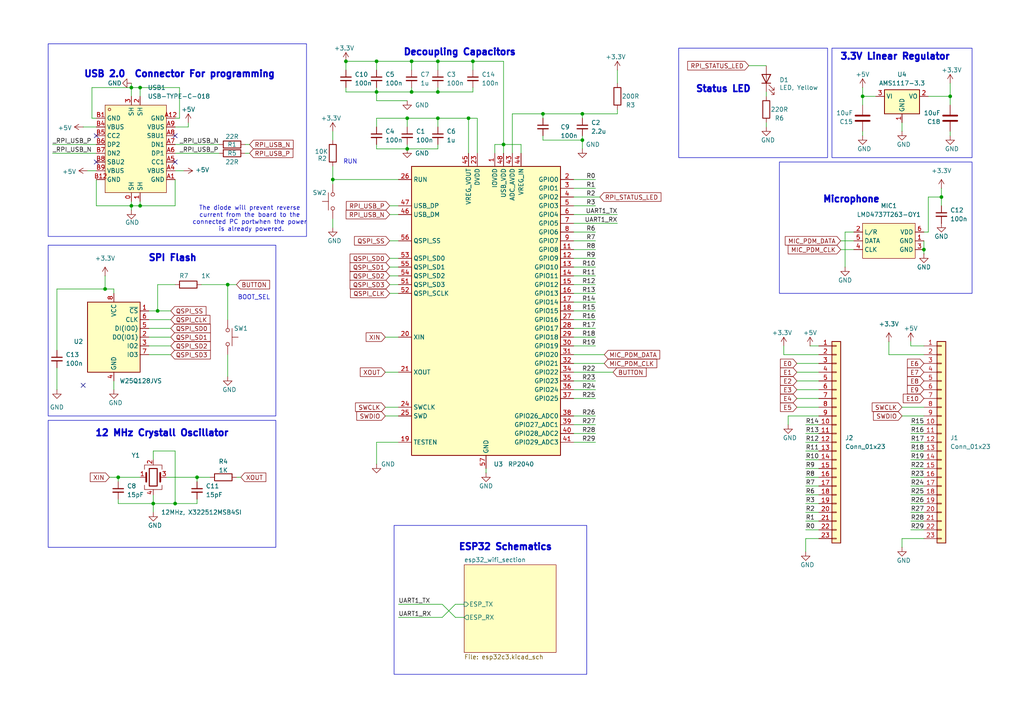
<source format=kicad_sch>
(kicad_sch (version 20231120) (generator "eeschema") (generator_version "8.0")
  (paper "A4")
  (title_block (title "Pixel LED Controller ESP32+RP2040") (date "2024-09-10") (rev "2"))
  (lib_symbols
    (symbol "Connector_Generic:Conn_01x23" (pin_names (offset 1.016) hide)
      (property "Reference" "J" (at 0 30.48 0))
      (property "Value" "Conn_01x23" (at 0 -30.48 0))
      (symbol "Conn_01x23_1_1"
        (pin passive line (at -5.08 27.94 0) (length 3.81) (name "Pin_1") (number "1"))
        (pin passive line (at -5.08 5.08 0) (length 3.81) (name "Pin_10") (number "10"))
        (pin passive line (at -5.08 2.54 0) (length 3.81) (name "Pin_11") (number "11"))
        (pin passive line (at -5.08 0 0) (length 3.81) (name "Pin_12") (number "12"))
        (pin passive line (at -5.08 -2.54 0) (length 3.81) (name "Pin_13") (number "13"))
        (pin passive line (at -5.08 -5.08 0) (length 3.81) (name "Pin_14") (number "14"))
        (pin passive line (at -5.08 -7.62 0) (length 3.81) (name "Pin_15") (number "15"))
        (pin passive line (at -5.08 -10.16 0) (length 3.81) (name "Pin_16") (number "16"))
        (pin passive line (at -5.08 -12.7 0) (length 3.81) (name "Pin_17") (number "17"))
        (pin passive line (at -5.08 -15.24 0) (length 3.81) (name "Pin_18") (number "18"))
        (pin passive line (at -5.08 -17.78 0) (length 3.81) (name "Pin_19") (number "19"))
        (pin passive line (at -5.08 25.4 0) (length 3.81) (name "Pin_2") (number "2"))
        (pin passive line (at -5.08 -20.32 0) (length 3.81) (name "Pin_20") (number "20"))
        (pin passive line (at -5.08 -22.86 0) (length 3.81) (name "Pin_21") (number "21"))
        (pin passive line (at -5.08 -25.4 0) (length 3.81) (name "Pin_22") (number "22"))
        (pin passive line (at -5.08 -27.94 0) (length 3.81) (name "Pin_23") (number "23"))
        (pin passive line (at -5.08 22.86 0) (length 3.81) (name "Pin_3") (number "3"))
        (pin passive line (at -5.08 20.32 0) (length 3.81) (name "Pin_4") (number "4"))
        (pin passive line (at -5.08 17.78 0) (length 3.81) (name "Pin_5") (number "5"))
        (pin passive line (at -5.08 15.24 0) (length 3.81) (name "Pin_6") (number "6"))
        (pin passive line (at -5.08 12.7 0) (length 3.81) (name "Pin_7") (number "7"))
        (pin passive line (at -5.08 10.16 0) (length 3.81) (name "Pin_8") (number "8"))
        (pin passive line (at -5.08 7.62 0) (length 3.81) (name "Pin_9") (number "9"))
      )
    )
    (symbol "Device:C" (pin_numbers hide) (pin_names (offset 0.254))
      (property "Reference" "C" (at 0.635 2.54 0))
      (property "Value" "C" (at 0.635 -2.54 0))
      (symbol "C_1_1"
        (pin passive line (at 0 3.81 270) (length 2.794) (name "~") (number "1"))
        (pin passive line (at 0 -3.81 90) (length 2.794) (name "~") (number "2"))
      )
    )
    (symbol "Device:C_Small" (pin_numbers hide) (pin_names (offset 0.254) hide)
      (property "Reference" "C" (at 0.254 1.778 0))
      (property "Value" "C_Small" (at 0.254 -2.032 0))
      (symbol "C_Small_1_1"
        (pin passive line (at 0 2.54 270) (length 2.032) (name "~") (number "1"))
        (pin passive line (at 0 -2.54 90) (length 2.032) (name "~") (number "2"))
      )
    )
    (symbol "Device:Crystal_GND24" (pin_names (offset 1.016) hide)
      (property "Reference" "Y" (at 3.175 5.08 0))
      (property "Value" "Crystal_GND24" (at 3.175 3.175 0))
      (symbol "Crystal_GND24_1_1"
        (pin passive line (at -3.81 0 0) (length 1.27) (name "1") (number "1"))
        (pin passive line (at 0 5.08 270) (length 1.27) (name "2") (number "2"))
        (pin passive line (at 3.81 0 180) (length 1.27) (name "3") (number "3"))
        (pin passive line (at 0 -5.08 90) (length 1.27) (name "4") (number "4"))
      )
    )
    (symbol "Device:LED" (pin_numbers hide) (pin_names (offset 1.016) hide)
      (property "Reference" "D" (at 0 2.54 0))
      (property "Value" "LED" (at 0 -2.54 0))
      (symbol "LED_1_1"
        (pin passive line (at -3.81 0 0) (length 2.54) (name "K") (number "1"))
        (pin passive line (at 3.81 0 180) (length 2.54) (name "A") (number "2"))
      )
    )
    (symbol "Device:R" (pin_numbers hide) (pin_names (offset 0))
      (property "Reference" "R" (at 2.032 0 90))
      (property "Value" "R" (at 0 0 90))
      (symbol "R_1_1"
        (pin passive line (at 0 3.81 270) (length 1.27) (name "~") (number "1"))
        (pin passive line (at 0 -3.81 90) (length 1.27) (name "~") (number "2"))
      )
    )
    (symbol "External_Library:LMD4737T263-OY1"
      (property "Reference" "MIC" (at 0 7.62 0))
      (property "Value" "LMD4737T263-OY1" (at 0 -7.62 0))
      (symbol "LMD4737T263-OY1_0_1"
        (pin unspecified line (at -10.16 0 0) (length 2.54) (name "GND") (number "1"))
        (pin unspecified line (at 10.16 2.54 180) (length 2.54) (name "L/R") (number "2"))
        (pin unspecified line (at -10.16 -2.54 0) (length 2.54) (name "GND") (number "3"))
        (pin unspecified line (at 10.16 -2.54 180) (length 2.54) (name "CLK") (number "4"))
        (pin unspecified line (at 10.16 0 180) (length 2.54) (name "DATA") (number "5"))
        (pin unspecified line (at -10.16 2.54 0) (length 2.54) (name "VDD") (number "6"))
      )
    )
    (symbol "External_Library:USB-TYPE-C-018"
      (property "Reference" "USB1" (at 3.4641 17.78 0))
      (property "Value" "USB-TYPE-C-018" (at 3.4641 15.24 0))
      (symbol "USB-TYPE-C-018_0_1"
        (pin unspecified line (at -1.27 -15.24 90) (length 2.54) (name "SH") (number "0"))
        (pin unspecified line (at 1.27 15.24 270) (length 2.54) (name "SH") (number "2"))
        (pin unspecified line (at -1.27 15.24 270) (length 2.54) (name "SH") (number "3"))
        (pin unspecified line (at 11.43 -8.89 180) (length 2.54) (name "GND") (number "A1"))
        (pin unspecified line (at 11.43 8.89 180) (length 2.54) (name "GND") (number "A12"))
        (pin unspecified line (at 11.43 -6.35 180) (length 2.54) (name "VBUS") (number "A4"))
        (pin unspecified line (at 11.43 -3.81 180) (length 2.54) (name "CC1") (number "A5"))
        (pin unspecified line (at 11.43 -1.27 180) (length 2.54) (name "DP1") (number "A6"))
        (pin unspecified line (at 11.43 1.27 180) (length 2.54) (name "DN1") (number "A7"))
        (pin unspecified line (at 11.43 3.81 180) (length 2.54) (name "SBU1") (number "A8"))
        (pin unspecified line (at 11.43 6.35 180) (length 2.54) (name "VBUS") (number "A9"))
        (pin unspecified line (at -11.43 8.89 0) (length 2.54) (name "GND") (number "B1"))
        (pin unspecified line (at -11.43 -8.89 0) (length 2.54) (name "GND") (number "B12"))
        (pin unspecified line (at -11.43 6.35 0) (length 2.54) (name "VBUS") (number "B4"))
        (pin unspecified line (at -11.43 3.81 0) (length 2.54) (name "CC2") (number "B5"))
        (pin unspecified line (at -11.43 1.27 0) (length 2.54) (name "DP2") (number "B6"))
        (pin unspecified line (at -11.43 -1.27 0) (length 2.54) (name "DN2") (number "B7"))
        (pin unspecified line (at -11.43 -3.81 0) (length 2.54) (name "SBU2") (number "B8"))
        (pin unspecified line (at -11.43 -6.35 0) (length 2.54) (name "VBUS") (number "B9"))
      )
      (symbol "USB-TYPE-C-018_1_1"
        (pin unspecified line (at 1.27 -15.24 90) (length 2.54) (name "SH") (number "1"))
      )
    )
    (symbol "MCU_RaspberryPi:RP2040"
      (property "Reference" "U" (at 17.78 45.72 0))
      (property "Value" "RP2040" (at 17.78 43.18 0))
      (symbol "RP2040_1_1"
        (pin power_in line (at 2.54 45.72 270) (length 3.81) (name "IOVDD") (number "1"))
        (pin passive line (at 2.54 45.72 270) (length 3.81) hide (name "IOVDD") (number "10"))
        (pin bidirectional line (at 25.4 17.78 180) (length 3.81) (name "GPIO8") (number "11"))
        (pin bidirectional line (at 25.4 15.24 180) (length 3.81) (name "GPIO9") (number "12"))
        (pin bidirectional line (at 25.4 12.7 180) (length 3.81) (name "GPIO10") (number "13"))
        (pin bidirectional line (at 25.4 10.16 180) (length 3.81) (name "GPIO11") (number "14"))
        (pin bidirectional line (at 25.4 7.62 180) (length 3.81) (name "GPIO12") (number "15"))
        (pin bidirectional line (at 25.4 5.08 180) (length 3.81) (name "GPIO13") (number "16"))
        (pin bidirectional line (at 25.4 2.54 180) (length 3.81) (name "GPIO14") (number "17"))
        (pin bidirectional line (at 25.4 0 180) (length 3.81) (name "GPIO15") (number "18"))
        (pin input line (at -25.4 -38.1 0) (length 3.81) (name "TESTEN") (number "19"))
        (pin bidirectional line (at 25.4 38.1 180) (length 3.81) (name "GPIO0") (number "2"))
        (pin input line (at -25.4 -7.62 0) (length 3.81) (name "XIN") (number "20"))
        (pin passive line (at -25.4 -17.78 0) (length 3.81) (name "XOUT") (number "21"))
        (pin passive line (at 2.54 45.72 270) (length 3.81) hide (name "IOVDD") (number "22"))
        (pin power_in line (at -2.54 45.72 270) (length 3.81) (name "DVDD") (number "23"))
        (pin input line (at -25.4 -27.94 0) (length 3.81) (name "SWCLK") (number "24"))
        (pin bidirectional line (at -25.4 -30.48 0) (length 3.81) (name "SWD") (number "25"))
        (pin input line (at -25.4 38.1 0) (length 3.81) (name "RUN") (number "26"))
        (pin bidirectional line (at 25.4 -2.54 180) (length 3.81) (name "GPIO16") (number "27"))
        (pin bidirectional line (at 25.4 -5.08 180) (length 3.81) (name "GPIO17") (number "28"))
        (pin bidirectional line (at 25.4 -7.62 180) (length 3.81) (name "GPIO18") (number "29"))
        (pin bidirectional line (at 25.4 35.56 180) (length 3.81) (name "GPIO1") (number "3"))
        (pin bidirectional line (at 25.4 -10.16 180) (length 3.81) (name "GPIO19") (number "30"))
        (pin bidirectional line (at 25.4 -12.7 180) (length 3.81) (name "GPIO20") (number "31"))
        (pin bidirectional line (at 25.4 -15.24 180) (length 3.81) (name "GPIO21") (number "32"))
        (pin passive line (at 2.54 45.72 270) (length 3.81) hide (name "IOVDD") (number "33"))
        (pin bidirectional line (at 25.4 -17.78 180) (length 3.81) (name "GPIO22") (number "34"))
        (pin bidirectional line (at 25.4 -20.32 180) (length 3.81) (name "GPIO23") (number "35"))
        (pin bidirectional line (at 25.4 -22.86 180) (length 3.81) (name "GPIO24") (number "36"))
        (pin bidirectional line (at 25.4 -25.4 180) (length 3.81) (name "GPIO25") (number "37"))
        (pin bidirectional line (at 25.4 -30.48 180) (length 3.81) (name "GPIO26_ADC0") (number "38"))
        (pin bidirectional line (at 25.4 -33.02 180) (length 3.81) (name "GPIO27_ADC1") (number "39"))
        (pin bidirectional line (at 25.4 33.02 180) (length 3.81) (name "GPIO2") (number "4"))
        (pin bidirectional line (at 25.4 -35.56 180) (length 3.81) (name "GPIO28_ADC2") (number "40"))
        (pin bidirectional line (at 25.4 -38.1 180) (length 3.81) (name "GPIO29_ADC3") (number "41"))
        (pin passive line (at 2.54 45.72 270) (length 3.81) hide (name "IOVDD") (number "42"))
        (pin power_in line (at 7.62 45.72 270) (length 3.81) (name "ADC_AVDD") (number "43"))
        (pin power_in line (at 10.16 45.72 270) (length 3.81) (name "VREG_IN") (number "44"))
        (pin power_out line (at -5.08 45.72 270) (length 3.81) (name "VREG_VOUT") (number "45"))
        (pin bidirectional line (at -25.4 27.94 0) (length 3.81) (name "USB_DM") (number "46"))
        (pin bidirectional line (at -25.4 30.48 0) (length 3.81) (name "USB_DP") (number "47"))
        (pin power_in line (at 5.08 45.72 270) (length 3.81) (name "USB_VDD") (number "48"))
        (pin passive line (at 2.54 45.72 270) (length 3.81) hide (name "IOVDD") (number "49"))
        (pin bidirectional line (at 25.4 30.48 180) (length 3.81) (name "GPIO3") (number "5"))
        (pin passive line (at -2.54 45.72 270) (length 3.81) hide (name "DVDD") (number "50"))
        (pin bidirectional line (at -25.4 7.62 0) (length 3.81) (name "QSPI_SD3") (number "51"))
        (pin output line (at -25.4 5.08 0) (length 3.81) (name "QSPI_SCLK") (number "52"))
        (pin bidirectional line (at -25.4 15.24 0) (length 3.81) (name "QSPI_SD0") (number "53"))
        (pin bidirectional line (at -25.4 10.16 0) (length 3.81) (name "QSPI_SD2") (number "54"))
        (pin bidirectional line (at -25.4 12.7 0) (length 3.81) (name "QSPI_SD1") (number "55"))
        (pin bidirectional line (at -25.4 20.32 0) (length 3.81) (name "QSPI_SS") (number "56"))
        (pin power_in line (at 0 -45.72 90) (length 3.81) (name "GND") (number "57"))
        (pin bidirectional line (at 25.4 27.94 180) (length 3.81) (name "GPIO4") (number "6"))
        (pin bidirectional line (at 25.4 25.4 180) (length 3.81) (name "GPIO5") (number "7"))
        (pin bidirectional line (at 25.4 22.86 180) (length 3.81) (name "GPIO6") (number "8"))
        (pin bidirectional line (at 25.4 20.32 180) (length 3.81) (name "GPIO7") (number "9"))
      )
    )
    (symbol "Memory_Flash:W25Q128JVS"
      (property "Reference" "U" (at -8.89 8.89 0))
      (property "Value" "W25Q128JVS" (at 7.62 8.89 0))
      (symbol "W25Q128JVS_1_1"
        (pin input line (at -10.16 7.62 0) (length 2.54) (name "~{CS}") (number "1"))
        (pin bidirectional line (at -10.16 0 0) (length 2.54) (name "DO(IO1)") (number "2"))
        (pin bidirectional line (at -10.16 -2.54 0) (length 2.54) (name "IO2") (number "3"))
        (pin power_in line (at 0 -12.7 90) (length 2.54) (name "GND") (number "4"))
        (pin bidirectional line (at -10.16 2.54 0) (length 2.54) (name "DI(IO0)") (number "5"))
        (pin input line (at -10.16 5.08 0) (length 2.54) (name "CLK") (number "6"))
        (pin bidirectional line (at -10.16 -5.08 0) (length 2.54) (name "IO3") (number "7"))
        (pin power_in line (at 0 12.7 270) (length 2.54) (name "VCC") (number "8"))
      )
    )
    (symbol "Regulator_Linear:AMS1117-3.3"
      (property "Reference" "U" (at -3.81 3.175 0))
      (property "Value" "AMS1117-3.3" (at 0 3.175 0))
      (symbol "AMS1117-3.3_1_1"
        (pin power_in line (at 0 -7.62 90) (length 2.54) (name "GND") (number "1"))
        (pin power_out line (at 7.62 0 180) (length 2.54) (name "VO") (number "2"))
        (pin power_in line (at -7.62 0 0) (length 2.54) (name "VI") (number "3"))
      )
    )
    (symbol "Switch:SW_Push" (pin_numbers hide) (pin_names (offset 1.016) hide)
      (property "Reference" "SW" (at 1.27 2.54 0))
      (property "Value" "SW_Push" (at 0 -1.524 0))
      (symbol "SW_Push_0_1"
        (pin passive line (at -5.08 0 0) (length 2.54) (name "1") (number "1"))
        (pin passive line (at 5.08 0 180) (length 2.54) (name "2") (number "2"))
      )
    )
    (symbol "power:+3.3V" (power) (pin_numbers hide) (pin_names (offset 0) hide)
      (property "Value" "+3.3V" (at 0 3.556 0))
      (symbol "+3.3V_1_1"
        (pin power_in line (at 0 0 90) (length 0) (name "~") (number "1"))
      )
    )
    (symbol "power:+5V" (power) (pin_numbers hide) (pin_names (offset 0) hide)
      (property "Value" "+5V" (at 0 3.556 0))
      (symbol "+5V_1_1"
        (pin power_in line (at 0 0 90) (length 0) (name "~") (number "1"))
      )
    )
    (symbol "power:GND" (power) (pin_numbers hide) (pin_names (offset 0) hide)
      (property "Value" "GND" (at 0 -3.81 0))
      (symbol "GND_1_1"
        (pin power_in line (at 0 0 270) (length 0) (name "~") (number "1"))
      )
    )
  )
  (junction (at 109.22 26.67))
  (junction (at 40.64 25.4))
  (junction (at 40.64 59.69))
  (junction (at 118.11 34.29))
  (junction (at 119.38 26.67))
  (junction (at 109.22 17.78))
  (junction (at 45.72 90.17))
  (junction (at 127 26.67))
  (junction (at 38.1 59.69))
  (junction (at 273.05 57.15))
  (junction (at 50.8 146.05))
  (junction (at 146.05 41.91))
  (junction (at 100.33 17.78))
  (junction (at 127 34.29))
  (junction (at 267.97 72.39))
  (junction (at 127 17.78))
  (junction (at 96.52 52.07))
  (junction (at 44.45 146.05))
  (junction (at 66.04 82.55))
  (junction (at 168.91 40.64))
  (junction (at 250.19 27.94))
  (junction (at 118.11 43.18))
  (junction (at 30.48 83.82))
  (junction (at 168.91 33.02))
  (junction (at 157.48 33.02))
  (junction (at 57.15 138.43))
  (junction (at 137.16 17.78))
  (junction (at 34.29 138.43))
  (junction (at 135.89 34.29))
  (junction (at 38.1 25.4))
  (junction (at 275.59 27.94))
  (junction (at 119.38 17.78))
  (no_connect (at 24.13 111.76))
  (no_connect (at 50.8 46.99))
  (no_connect (at 27.94 39.37))
  (no_connect (at 50.8 39.37))
  (no_connect (at 27.94 46.99))
  (wire (pts (xy 118.11 34.29) (xy 118.11 36.83)))
  (wire (pts (xy 227.33 100.33) (xy 227.33 102.87)))
  (wire (pts (xy 166.37 82.55) (xy 172.72 82.55)))
  (wire (pts (xy 44.45 133.35) (xy 44.45 130.81)))
  (wire (pts (xy 166.37 120.65) (xy 172.72 120.65)))
  (wire (pts (xy 27.94 34.29) (xy 26.67 34.29)))
  (wire (pts (xy 166.37 74.93) (xy 172.72 74.93)))
  (wire (pts (xy 233.68 133.35) (xy 237.49 133.35)))
  (wire (pts (xy 111.76 118.11) (xy 115.57 118.11)))
  (wire (pts (xy 179.07 20.32) (xy 179.07 24.13)))
  (wire (pts (xy 269.24 67.31) (xy 267.97 67.31)))
  (wire (pts (xy 264.16 146.05) (xy 267.97 146.05)))
  (wire (pts (xy 166.37 72.39) (xy 172.72 72.39)))
  (wire (pts (xy 140.97 137.16) (xy 140.97 135.89)))
  (wire (pts (xy 227.33 102.87) (xy 237.49 102.87)))
  (wire (pts (xy 231.14 107.95) (xy 237.49 107.95)))
  (wire (pts (xy 109.22 34.29) (xy 118.11 34.29)))
  (wire (pts (xy 233.68 123.19) (xy 237.49 123.19)))
  (wire (pts (xy 115.57 175.26) (xy 128.27 175.26)))
  (wire (pts (xy 34.29 139.7) (xy 34.29 138.43)))
  (wire (pts (xy 264.16 153.67) (xy 267.97 153.67)))
  (wire (pts (xy 166.37 115.57) (xy 172.72 115.57)))
  (wire (pts (xy 261.62 156.21) (xy 267.97 156.21)))
  (wire (pts (xy 275.59 27.94) (xy 275.59 30.48)))
  (wire (pts (xy 109.22 29.21) (xy 118.11 29.21)))
  (wire (pts (xy 44.45 143.51) (xy 44.45 146.05)))
  (wire (pts (xy 109.22 26.67) (xy 109.22 29.21)))
  (wire (pts (xy 146.05 41.91) (xy 151.13 41.91)))
  (wire (pts (xy 233.68 143.51) (xy 237.49 143.51)))
  (wire (pts (xy 261.62 118.11) (xy 267.97 118.11)))
  (wire (pts (xy 250.19 25.4) (xy 250.19 27.94)))
  (wire (pts (xy 166.37 80.01) (xy 172.72 80.01)))
  (wire (pts (xy 132.08 179.07) (xy 134.62 179.07)))
  (wire (pts (xy 109.22 25.4) (xy 109.22 26.67)))
  (wire (pts (xy 15.24 44.45) (xy 27.94 44.45)))
  (wire (pts (xy 233.68 153.67) (xy 237.49 153.67)))
  (wire (pts (xy 166.37 64.77) (xy 179.07 64.77)))
  (wire (pts (xy 100.33 17.78) (xy 109.22 17.78)))
  (wire (pts (xy 264.16 130.81) (xy 267.97 130.81)))
  (wire (pts (xy 127 17.78) (xy 137.16 17.78)))
  (wire (pts (xy 231.14 115.57) (xy 237.49 115.57)))
  (wire (pts (xy 264.16 128.27) (xy 267.97 128.27)))
  (wire (pts (xy 168.91 39.37) (xy 168.91 40.64)))
  (wire (pts (xy 119.38 17.78) (xy 127 17.78)))
  (wire (pts (xy 127 43.18) (xy 127 41.91)))
  (wire (pts (xy 245.11 67.31) (xy 245.11 77.47)))
  (wire (pts (xy 57.15 138.43) (xy 60.96 138.43)))
  (wire (pts (xy 38.1 58.42) (xy 38.1 59.69)))
  (wire (pts (xy 166.37 125.73) (xy 172.72 125.73)))
  (wire (pts (xy 168.91 33.02) (xy 179.07 33.02)))
  (wire (pts (xy 40.64 59.69) (xy 50.8 59.69)))
  (wire (pts (xy 43.18 102.87) (xy 49.53 102.87)))
  (wire (pts (xy 127 34.29) (xy 127 36.83)))
  (wire (pts (xy 109.22 134.62) (xy 109.22 128.27)))
  (wire (pts (xy 71.12 41.91) (xy 72.39 41.91)))
  (wire (pts (xy 111.76 107.95) (xy 115.57 107.95)))
  (wire (pts (xy 128.27 175.26) (xy 132.08 179.07)))
  (wire (pts (xy 50.8 36.83) (xy 54.61 36.83)))
  (wire (pts (xy 233.68 156.21) (xy 237.49 156.21)))
  (wire (pts (xy 135.89 34.29) (xy 135.89 44.45)))
  (wire (pts (xy 146.05 41.91) (xy 146.05 44.45)))
  (wire (pts (xy 273.05 57.15) (xy 273.05 59.69)))
  (wire (pts (xy 52.07 25.4) (xy 40.64 25.4)))
  (wire (pts (xy 143.51 41.91) (xy 143.51 44.45)))
  (wire (pts (xy 166.37 77.47) (xy 172.72 77.47)))
  (wire (pts (xy 33.02 110.49) (xy 33.02 113.03)))
  (wire (pts (xy 34.29 146.05) (xy 44.45 146.05)))
  (wire (pts (xy 43.18 90.17) (xy 45.72 90.17)))
  (wire (pts (xy 113.03 82.55) (xy 115.57 82.55)))
  (wire (pts (xy 233.68 160.02) (xy 233.68 156.21)))
  (wire (pts (xy 109.22 26.67) (xy 119.38 26.67)))
  (wire (pts (xy 113.03 59.69) (xy 115.57 59.69)))
  (wire (pts (xy 166.37 90.17) (xy 172.72 90.17)))
  (wire (pts (xy 166.37 92.71) (xy 172.72 92.71)))
  (wire (pts (xy 166.37 95.25) (xy 172.72 95.25)))
  (wire (pts (xy 264.16 100.33) (xy 267.97 100.33)))
  (wire (pts (xy 68.58 138.43) (xy 69.85 138.43)))
  (wire (pts (xy 38.1 59.69) (xy 40.64 59.69)))
  (wire (pts (xy 40.64 58.42) (xy 40.64 59.69)))
  (wire (pts (xy 231.14 110.49) (xy 237.49 110.49)))
  (wire (pts (xy 66.04 82.55) (xy 66.04 92.71)))
  (wire (pts (xy 45.72 82.55) (xy 45.72 90.17)))
  (wire (pts (xy 261.62 158.75) (xy 261.62 156.21)))
  (wire (pts (xy 222.25 26.67) (xy 222.25 27.94)))
  (wire (pts (xy 118.11 43.18) (xy 127 43.18)))
  (wire (pts (xy 96.52 48.26) (xy 96.52 52.07)))
  (wire (pts (xy 54.61 35.56) (xy 54.61 36.83)))
  (wire (pts (xy 96.52 52.07) (xy 115.57 52.07)))
  (wire (pts (xy 275.59 24.13) (xy 275.59 27.94)))
  (wire (pts (xy 179.07 31.75) (xy 179.07 33.02)))
  (wire (pts (xy 113.03 80.01) (xy 115.57 80.01)))
  (wire (pts (xy 132.08 175.26) (xy 134.62 175.26)))
  (wire (pts (xy 34.29 138.43) (xy 40.64 138.43)))
  (wire (pts (xy 257.81 99.06) (xy 257.81 102.87)))
  (wire (pts (xy 233.68 140.97) (xy 237.49 140.97)))
  (wire (pts (xy 233.68 138.43) (xy 237.49 138.43)))
  (wire (pts (xy 33.02 83.82) (xy 30.48 83.82)))
  (wire (pts (xy 231.14 118.11) (xy 237.49 118.11)))
  (wire (pts (xy 243.84 69.85) (xy 247.65 69.85)))
  (wire (pts (xy 269.24 57.15) (xy 269.24 67.31)))
  (wire (pts (xy 166.37 128.27) (xy 172.72 128.27)))
  (wire (pts (xy 269.24 27.94) (xy 275.59 27.94)))
  (wire (pts (xy 58.42 82.55) (xy 66.04 82.55)))
  (wire (pts (xy 264.16 133.35) (xy 267.97 133.35)))
  (wire (pts (xy 115.57 179.07) (xy 128.27 179.07)))
  (wire (pts (xy 43.18 97.79) (xy 49.53 97.79)))
  (wire (pts (xy 233.68 125.73) (xy 237.49 125.73)))
  (wire (pts (xy 166.37 100.33) (xy 172.72 100.33)))
  (wire (pts (xy 264.16 151.13) (xy 267.97 151.13)))
  (wire (pts (xy 148.59 33.02) (xy 157.48 33.02)))
  (wire (pts (xy 16.51 83.82) (xy 30.48 83.82)))
  (wire (pts (xy 127 26.67) (xy 119.38 26.67)))
  (wire (pts (xy 166.37 102.87) (xy 175.26 102.87)))
  (wire (pts (xy 57.15 138.43) (xy 48.26 138.43)))
  (wire (pts (xy 71.12 44.45) (xy 72.39 44.45)))
  (wire (pts (xy 264.16 148.59) (xy 267.97 148.59)))
  (wire (pts (xy 96.52 63.5) (xy 96.52 66.04)))
  (wire (pts (xy 166.37 113.03) (xy 172.72 113.03)))
  (wire (pts (xy 168.91 40.64) (xy 168.91 43.18)))
  (wire (pts (xy 261.62 120.65) (xy 267.97 120.65)))
  (wire (pts (xy 113.03 77.47) (xy 115.57 77.47)))
  (wire (pts (xy 137.16 17.78) (xy 137.16 20.32)))
  (wire (pts (xy 111.76 120.65) (xy 115.57 120.65)))
  (wire (pts (xy 50.8 44.45) (xy 63.5 44.45)))
  (wire (pts (xy 264.16 135.89) (xy 267.97 135.89)))
  (wire (pts (xy 111.76 97.79) (xy 115.57 97.79)))
  (wire (pts (xy 34.29 144.78) (xy 34.29 146.05)))
  (wire (pts (xy 245.11 67.31) (xy 247.65 67.31)))
  (wire (pts (xy 50.8 41.91) (xy 63.5 41.91)))
  (wire (pts (xy 44.45 146.05) (xy 44.45 148.59)))
  (wire (pts (xy 264.16 99.06) (xy 264.16 100.33)))
  (wire (pts (xy 96.52 40.64) (xy 96.52 38.1)))
  (wire (pts (xy 66.04 102.87) (xy 66.04 109.22)))
  (wire (pts (xy 264.16 140.97) (xy 267.97 140.97)))
  (wire (pts (xy 31.75 138.43) (xy 34.29 138.43)))
  (wire (pts (xy 109.22 17.78) (xy 109.22 20.32)))
  (wire (pts (xy 157.48 39.37) (xy 157.48 40.64)))
  (wire (pts (xy 157.48 33.02) (xy 157.48 34.29)))
  (wire (pts (xy 264.16 143.51) (xy 267.97 143.51)))
  (wire (pts (xy 217.17 19.05) (xy 222.25 19.05)))
  (wire (pts (xy 50.8 146.05) (xy 57.15 146.05)))
  (wire (pts (xy 118.11 41.91) (xy 118.11 43.18)))
  (wire (pts (xy 166.37 123.19) (xy 172.72 123.19)))
  (wire (pts (xy 138.43 34.29) (xy 138.43 44.45)))
  (wire (pts (xy 44.45 130.81) (xy 50.8 130.81)))
  (wire (pts (xy 228.6 120.65) (xy 228.6 123.19)))
  (wire (pts (xy 143.51 41.91) (xy 146.05 41.91)))
  (wire (pts (xy 250.19 38.1) (xy 250.19 39.37)))
  (wire (pts (xy 100.33 26.67) (xy 109.22 26.67)))
  (wire (pts (xy 275.59 39.37) (xy 275.59 38.1)))
  (wire (pts (xy 250.19 30.48) (xy 250.19 27.94)))
  (wire (pts (xy 261.62 35.56) (xy 261.62 38.1)))
  (wire (pts (xy 26.67 34.29) (xy 26.67 25.4)))
  (wire (pts (xy 66.04 82.55) (xy 68.58 82.55)))
  (wire (pts (xy 233.68 135.89) (xy 237.49 135.89)))
  (wire (pts (xy 166.37 62.23) (xy 179.07 62.23)))
  (wire (pts (xy 25.4 49.53) (xy 27.94 49.53)))
  (wire (pts (xy 57.15 144.78) (xy 57.15 146.05)))
  (wire (pts (xy 16.51 106.68) (xy 16.51 113.03)))
  (wire (pts (xy 40.64 27.94) (xy 40.64 25.4)))
  (wire (pts (xy 38.1 25.4) (xy 38.1 27.94)))
  (wire (pts (xy 264.16 138.43) (xy 267.97 138.43)))
  (wire (pts (xy 24.13 36.83) (xy 27.94 36.83)))
  (wire (pts (xy 50.8 146.05) (xy 44.45 146.05)))
  (wire (pts (xy 233.68 130.81) (xy 237.49 130.81)))
  (wire (pts (xy 157.48 40.64) (xy 168.91 40.64)))
  (wire (pts (xy 45.72 90.17) (xy 49.53 90.17)))
  (wire (pts (xy 166.37 52.07) (xy 172.72 52.07)))
  (wire (pts (xy 52.07 34.29) (xy 52.07 25.4)))
  (wire (pts (xy 137.16 25.4) (xy 137.16 26.67)))
  (wire (pts (xy 100.33 20.32) (xy 100.33 17.78)))
  (wire (pts (xy 50.8 82.55) (xy 45.72 82.55)))
  (wire (pts (xy 267.97 72.39) (xy 267.97 73.66)))
  (wire (pts (xy 269.24 57.15) (xy 273.05 57.15)))
  (wire (pts (xy 173.99 57.15) (xy 166.37 57.15)))
  (wire (pts (xy 257.81 102.87) (xy 267.97 102.87)))
  (wire (pts (xy 137.16 17.78) (xy 146.05 17.78)))
  (wire (pts (xy 267.97 69.85) (xy 267.97 72.39)))
  (wire (pts (xy 27.94 59.69) (xy 38.1 59.69)))
  (wire (pts (xy 50.8 130.81) (xy 50.8 146.05)))
  (wire (pts (xy 27.94 52.07) (xy 27.94 59.69)))
  (wire (pts (xy 222.25 36.83) (xy 222.25 35.56)))
  (wire (pts (xy 250.19 27.94) (xy 254 27.94)))
  (wire (pts (xy 166.37 87.63) (xy 172.72 87.63)))
  (wire (pts (xy 113.03 85.09) (xy 115.57 85.09)))
  (wire (pts (xy 127 34.29) (xy 135.89 34.29)))
  (wire (pts (xy 233.68 148.59) (xy 237.49 148.59)))
  (wire (pts (xy 38.1 24.13) (xy 38.1 25.4)))
  (wire (pts (xy 234.95 100.33) (xy 237.49 100.33)))
  (wire (pts (xy 127 25.4) (xy 127 26.67)))
  (wire (pts (xy 228.6 120.65) (xy 237.49 120.65)))
  (wire (pts (xy 166.37 105.41) (xy 175.26 105.41)))
  (wire (pts (xy 273.05 54.61) (xy 273.05 57.15)))
  (wire (pts (xy 100.33 25.4) (xy 100.33 26.67)))
  (wire (pts (xy 113.03 62.23) (xy 115.57 62.23)))
  (wire (pts (xy 128.27 179.07) (xy 132.08 175.26)))
  (wire (pts (xy 135.89 34.29) (xy 138.43 34.29)))
  (wire (pts (xy 16.51 101.6) (xy 16.51 83.82)))
  (wire (pts (xy 157.48 33.02) (xy 168.91 33.02)))
  (wire (pts (xy 109.22 36.83) (xy 109.22 34.29)))
  (wire (pts (xy 43.18 95.25) (xy 49.53 95.25)))
  (wire (pts (xy 50.8 34.29) (xy 52.07 34.29)))
  (wire (pts (xy 119.38 17.78) (xy 119.38 20.32)))
  (wire (pts (xy 166.37 67.31) (xy 172.72 67.31)))
  (wire (pts (xy 166.37 59.69) (xy 172.72 59.69)))
  (wire (pts (xy 50.8 52.07) (xy 50.8 59.69)))
  (wire (pts (xy 264.16 123.19) (xy 267.97 123.19)))
  (wire (pts (xy 118.11 34.29) (xy 127 34.29)))
  (wire (pts (xy 38.1 59.69) (xy 38.1 60.96)))
  (wire (pts (xy 119.38 25.4) (xy 119.38 26.67)))
  (wire (pts (xy 231.14 105.41) (xy 237.49 105.41)))
  (wire (pts (xy 233.68 151.13) (xy 237.49 151.13)))
  (wire (pts (xy 233.68 128.27) (xy 237.49 128.27)))
  (wire (pts (xy 166.37 97.79) (xy 172.72 97.79)))
  (wire (pts (xy 109.22 41.91) (xy 109.22 43.18)))
  (wire (pts (xy 38.1 25.4) (xy 40.64 25.4)))
  (wire (pts (xy 96.52 52.07) (xy 96.52 53.34)))
  (wire (pts (xy 113.03 74.93) (xy 115.57 74.93)))
  (wire (pts (xy 127 17.78) (xy 127 20.32)))
  (wire (pts (xy 33.02 83.82) (xy 33.02 85.09)))
  (wire (pts (xy 127 26.67) (xy 137.16 26.67)))
  (wire (pts (xy 166.37 69.85) (xy 172.72 69.85)))
  (wire (pts (xy 43.18 100.33) (xy 49.53 100.33)))
  (wire (pts (xy 109.22 128.27) (xy 115.57 128.27)))
  (wire (pts (xy 168.91 34.29) (xy 168.91 33.02)))
  (wire (pts (xy 109.22 43.18) (xy 118.11 43.18)))
  (wire (pts (xy 166.37 107.95) (xy 177.8 107.95)))
  (wire (pts (xy 15.24 41.91) (xy 27.94 41.91)))
  (wire (pts (xy 243.84 72.39) (xy 247.65 72.39)))
  (wire (pts (xy 43.18 92.71) (xy 49.53 92.71)))
  (wire (pts (xy 231.14 113.03) (xy 237.49 113.03)))
  (wire (pts (xy 30.48 80.01) (xy 30.48 83.82)))
  (wire (pts (xy 166.37 54.61) (xy 172.72 54.61)))
  (wire (pts (xy 264.16 125.73) (xy 267.97 125.73)))
  (wire (pts (xy 113.03 69.85) (xy 115.57 69.85)))
  (wire (pts (xy 146.05 17.78) (xy 146.05 41.91)))
  (wire (pts (xy 233.68 146.05) (xy 237.49 146.05)))
  (wire (pts (xy 109.22 17.78) (xy 119.38 17.78)))
  (wire (pts (xy 50.8 49.53) (xy 53.34 49.53)))
  (wire (pts (xy 57.15 139.7) (xy 57.15 138.43)))
  (wire (pts (xy 26.67 25.4) (xy 38.1 25.4)))
  (wire (pts (xy 148.59 33.02) (xy 148.59 44.45)))
  (wire (pts (xy 151.13 44.45) (xy 151.13 41.91)))
  (wire (pts (xy 166.37 85.09) (xy 172.72 85.09)))
  (wire (pts (xy 166.37 110.49) (xy 172.72 110.49)))
  (rectangle (start 13.97 71.12) (end 80.01 120.65))
  (rectangle (start 226.06 46.99) (end 281.94 85.09))
  (rectangle (start 13.97 12.7) (end 88.9 68.58))
  (rectangle (start 241.3 13.97) (end 281.94 45.72))
  (rectangle (start 114.3 152.4) (end 170.18 195.58))
  (rectangle (start 13.97 121.92) (end 80.01 158.75))
  (rectangle (start 196.85 13.97) (end 240.03 45.72))
  (text "3.3V Linear Regulator " (at 260.35 16.51 0) (effects (font (size 1.905 1.905) (thickness 0.6096) (bold yes))))
  (text "Microphone " (at 247.65 57.912 0) (effects (font (size 1.905 1.905) (thickness 0.6096) (bold yes))))
  (text "SPI Flash " (at 50.8 74.93 0) (effects (font (size 1.905 1.905) (thickness 0.6096) (bold yes))))
  (text "Decoupling Capacitors" (at 133.35 15.24 0) (effects (font (size 1.905 1.905) (thickness 0.6096) (bold yes))))
  (text "12 MHz Crystall Oscillator" (at 46.99 125.73 0) (effects (font (size 1.905 1.905) (thickness 0.6096) (bold yes))))
  (text "RUN" (at 101.6 46.99 0) (effects (font (size 1.27 1.27))))
  (text "The diode will prevent reverse \ncurrent from the board to the \nconnected PC portwhen the power \nis already powered." (at 72.898 63.5 0) (effects (font (size 1.27 1.27))))
  (text "USB 2.0  Connector For programming" (at 52.07 21.59 0) (effects (font (size 1.905 1.905) (thickness 0.6096) (bold yes))))
  (text "BOOT_SEL" (at 73.66 86.36 0) (effects (font (size 1.27 1.27))))
  (text "Status LED" (at 209.804 25.908 0) (effects (font (size 1.905 1.905) (thickness 0.6096) (bold yes))))
  (text "ESP32 Schematics " (at 147.32 158.75 0) (effects (font (size 1.905 1.905) (thickness 0.6096) (bold yes))))
  (label "R0" (at 172.72 52.07 180))
  (label "UART1_TX" (at 115.57 175.26 0))
  (label "R14" (at 172.72 87.63 180))
  (label "R29" (at 172.72 128.27 180))
  (label "R23" (at 172.72 110.49 180))
  (label "R2" (at 172.72 57.15 180))
  (label "R9" (at 233.68 135.89 0))
  (label "R13" (at 172.72 85.09 180))
  (label "R3" (at 172.72 59.69 180))
  (label "R8" (at 172.72 72.39 180))
  (label "R1" (at 233.68 151.13 0))
  (label "R22" (at 172.72 107.95 180))
  (label "R23" (at 264.16 138.43 0))
  (label "R2" (at 233.68 148.59 0))
  (label "R15" (at 172.72 90.17 180))
  (label "R6" (at 172.72 67.31 180))
  (label "R26" (at 264.16 146.05 0))
  (label "R12" (at 172.72 82.55 180))
  (label "R19" (at 172.72 100.33 180))
  (label "R26" (at 172.72 120.65 180))
  (label "R18" (at 172.72 97.79 180))
  (label "R1" (at 172.72 54.61 180))
  (label "R18" (at 264.16 130.81 0))
  (label "_RPI_USB_N" (at 15.24 44.45 0))
  (label "R7" (at 172.72 69.85 180))
  (label "R25" (at 264.16 143.51 0))
  (label "R22" (at 264.16 135.89 0))
  (label "R19" (at 264.16 133.35 0))
  (label "R11" (at 233.68 130.81 0))
  (label "R8" (at 233.68 138.43 0))
  (label "R16" (at 172.72 92.71 180))
  (label "R28" (at 264.16 151.13 0))
  (label "R27" (at 264.16 148.59 0))
  (label "R24" (at 264.16 140.97 0))
  (label "UART1_RX" (at 179.07 64.77 180))
  (label "R11" (at 172.72 80.01 180))
  (label "R6" (at 233.68 143.51 0))
  (label "UART1_RX" (at 115.57 179.07 0))
  (label "R16" (at 264.16 125.73 0))
  (label "R13" (at 233.68 125.73 0))
  (label "R7" (at 233.68 140.97 0))
  (label "_RPI_USB_P" (at 15.24 41.91 0))
  (label "R10" (at 233.68 133.35 0))
  (label "R14" (at 233.68 123.19 0))
  (label "_RPI_USB_P" (at 52.07 44.45 0))
  (label "R25" (at 172.72 115.57 180))
  (label "R10" (at 172.72 77.47 180))
  (label "R17" (at 264.16 128.27 0))
  (label "R29" (at 264.16 153.67 0))
  (label "R28" (at 172.72 125.73 180))
  (label "R3" (at 233.68 146.05 0))
  (label "R27" (at 172.72 123.19 180))
  (label "UART1_TX" (at 179.07 62.23 180))
  (label "R12" (at 233.68 128.27 0))
  (label "R9" (at 172.72 74.93 180))
  (label "R17" (at 172.72 95.25 180))
  (label "R24" (at 172.72 113.03 180))
  (label "R0" (at 233.68 153.67 0))
  (label "_RPI_USB_N" (at 52.07 41.91 0))
  (label "R15" (at 264.16 123.19 0))
  (global_label "QSPI_SD2" (shape input) (at 113.03 80.01 180) (property "Intersheetrefs" "${INTERSHEET_REFS}" (effects (hide yes))))
  (global_label "E6" (shape input) (at 267.97 105.41 180) (property "Intersheetrefs" "${INTERSHEET_REFS}" (effects (hide yes))))
  (global_label "MIC_PDM_CLK" (shape input) (at 243.84 72.39 180) (property "Intersheetrefs" "${INTERSHEET_REFS}" (effects (hide yes))))
  (global_label "E10" (shape input) (at 267.97 115.57 180) (property "Intersheetrefs" "${INTERSHEET_REFS}" (effects (hide yes))))
  (global_label "QSPI_SS" (shape input) (at 49.53 90.17 0) (property "Intersheetrefs" "${INTERSHEET_REFS}" (effects (hide yes))))
  (global_label "XOUT" (shape input) (at 69.85 138.43 0) (property "Intersheetrefs" "${INTERSHEET_REFS}" (effects (hide yes))))
  (global_label "RPI_USB_N" (shape input) (at 113.03 62.23 180) (property "Intersheetrefs" "${INTERSHEET_REFS}" (effects (hide yes))))
  (global_label "MIC_PDM_CLK" (shape input) (at 175.26 105.41 0) (property "Intersheetrefs" "${INTERSHEET_REFS}" (effects (hide yes))))
  (global_label "RPI_USB_N" (shape input) (at 72.39 41.91 0) (property "Intersheetrefs" "${INTERSHEET_REFS}" (effects (hide yes))))
  (global_label "SWDIO" (shape input) (at 261.62 120.65 180) (property "Intersheetrefs" "${INTERSHEET_REFS}" (effects (hide yes))))
  (global_label "QSPI_SS" (shape input) (at 113.03 69.85 180) (property "Intersheetrefs" "${INTERSHEET_REFS}" (effects (hide yes))))
  (global_label "SWCLK" (shape input) (at 111.76 118.11 180) (property "Intersheetrefs" "${INTERSHEET_REFS}" (effects (hide yes))))
  (global_label "QSPI_SD1" (shape input) (at 49.53 97.79 0) (property "Intersheetrefs" "${INTERSHEET_REFS}" (effects (hide yes))))
  (global_label "E2" (shape input) (at 231.14 110.49 180) (property "Intersheetrefs" "${INTERSHEET_REFS}" (effects (hide yes))))
  (global_label "XIN" (shape input) (at 31.75 138.43 180) (property "Intersheetrefs" "${INTERSHEET_REFS}" (effects (hide yes))))
  (global_label "RPI_USB_P" (shape input) (at 113.03 59.69 180) (property "Intersheetrefs" "${INTERSHEET_REFS}" (effects (hide yes))))
  (global_label "RPI_USB_P" (shape input) (at 72.39 44.45 0) (property "Intersheetrefs" "${INTERSHEET_REFS}" (effects (hide yes))))
  (global_label "MIC_PDM_DATA" (shape input) (at 175.26 102.87 0) (property "Intersheetrefs" "${INTERSHEET_REFS}" (effects (hide yes))))
  (global_label "QSPI_SD1" (shape input) (at 113.03 77.47 180) (property "Intersheetrefs" "${INTERSHEET_REFS}" (effects (hide yes))))
  (global_label "SWCLK" (shape input) (at 261.62 118.11 180) (property "Intersheetrefs" "${INTERSHEET_REFS}" (effects (hide yes))))
  (global_label "QSPI_CLK" (shape input) (at 49.53 92.71 0) (property "Intersheetrefs" "${INTERSHEET_REFS}" (effects (hide yes))))
  (global_label "XOUT" (shape input) (at 111.76 107.95 180) (property "Intersheetrefs" "${INTERSHEET_REFS}" (effects (hide yes))))
  (global_label "E0" (shape input) (at 231.14 105.41 180) (property "Intersheetrefs" "${INTERSHEET_REFS}" (effects (hide yes))))
  (global_label "QSPI_SD0" (shape input) (at 49.53 95.25 0) (property "Intersheetrefs" "${INTERSHEET_REFS}" (effects (hide yes))))
  (global_label "E3" (shape input) (at 231.14 113.03 180) (property "Intersheetrefs" "${INTERSHEET_REFS}" (effects (hide yes))))
  (global_label "E4" (shape input) (at 231.14 115.57 180) (property "Intersheetrefs" "${INTERSHEET_REFS}" (effects (hide yes))))
  (global_label "E1" (shape input) (at 231.14 107.95 180) (property "Intersheetrefs" "${INTERSHEET_REFS}" (effects (hide yes))))
  (global_label "SWDIO" (shape input) (at 111.76 120.65 180) (property "Intersheetrefs" "${INTERSHEET_REFS}" (effects (hide yes))))
  (global_label "BUTTON" (shape input) (at 177.8 107.95 0) (property "Intersheetrefs" "${INTERSHEET_REFS}" (effects (hide yes))))
  (global_label "XIN" (shape input) (at 111.76 97.79 180) (property "Intersheetrefs" "${INTERSHEET_REFS}" (effects (hide yes))))
  (global_label "RPI_STATUS_LED" (shape input) (at 217.17 19.05 180) (property "Intersheetrefs" "${INTERSHEET_REFS}" (effects (hide yes))))
  (global_label "RPI_STATUS_LED" (shape input) (at 173.99 57.15 0) (property "Intersheetrefs" "${INTERSHEET_REFS}" (effects (hide yes))))
  (global_label "MIC_PDM_DATA" (shape input) (at 243.84 69.85 180) (property "Intersheetrefs" "${INTERSHEET_REFS}" (effects (hide yes))))
  (global_label "QSPI_SD3" (shape input) (at 113.03 82.55 180) (property "Intersheetrefs" "${INTERSHEET_REFS}" (effects (hide yes))))
  (global_label "BUTTON" (shape input) (at 68.58 82.55 0) (property "Intersheetrefs" "${INTERSHEET_REFS}" (effects (hide yes))))
  (global_label "E7" (shape input) (at 267.97 107.95 180) (property "Intersheetrefs" "${INTERSHEET_REFS}" (effects (hide yes))))
  (global_label "QSPI_SD3" (shape input) (at 49.53 102.87 0) (property "Intersheetrefs" "${INTERSHEET_REFS}" (effects (hide yes))))
  (global_label "QSPI_SD0" (shape input) (at 113.03 74.93 180) (property "Intersheetrefs" "${INTERSHEET_REFS}" (effects (hide yes))))
  (global_label "E9" (shape input) (at 267.97 113.03 180) (property "Intersheetrefs" "${INTERSHEET_REFS}" (effects (hide yes))))
  (global_label "E8" (shape input) (at 267.97 110.49 180) (property "Intersheetrefs" "${INTERSHEET_REFS}" (effects (hide yes))))
  (global_label "QSPI_SD2" (shape input) (at 49.53 100.33 0) (property "Intersheetrefs" "${INTERSHEET_REFS}" (effects (hide yes))))
  (global_label "E5" (shape input) (at 231.14 118.11 180) (property "Intersheetrefs" "${INTERSHEET_REFS}" (effects (hide yes))))
  (global_label "QSPI_CLK" (shape input) (at 113.03 85.09 180) (property "Intersheetrefs" "${INTERSHEET_REFS}" (effects (hide yes))))
  (symbol (lib_id "power:GND") (at 245.11 77.47 0) (mirror y) (unit 1)
    (property "Reference" "#PWR010" (effects (hide yes)))
    (property "Value" "GND" (at 245.11 81.28 0))
    (property "Description" "Power symbol creates a global label with name \"GND\" , ground" (effects (hide yes)))
  )
  (symbol (lib_id "power:+3.3V") (at 227.33 100.33 0) (unit 1)
    (property "Reference" "#PWR060" (effects (hide yes)))
    (property "Value" "+3.3V" (at 226.822 96.52 0))
    (property "Description" "Power symbol creates a global label with name \"+3.3V\"" (effects (hide yes)))
  )
  (symbol (lib_id "power:+5V") (at 53.34 49.53 270) (unit 1)
    (property "Reference" "#PWR02" (effects (hide yes)))
    (property "Value" "+5V" (at 58.674 49.276 90))
    (property "Description" "Power symbol creates a global label with name \"+5V\"" (effects (hide yes)))
  )
  (symbol (lib_id "power:GND") (at 66.04 109.22 0) (unit 1)
    (property "Reference" "#PWR062" (effects (hide yes)))
    (property "Value" "GND" (at 68.58 113.03 0) (effects (justify right)))
    (property "Description" "Power symbol creates a global label with name \"GND\" , ground" (effects (hide yes)))
  )
  (symbol (lib_id "power:+3.3V") (at 30.48 80.01 0) (unit 1)
    (property "Reference" "#PWR04" (effects (hide yes)))
    (property "Value" "+3.3V" (at 30.48 74.93 0))
    (property "Description" "Power symbol creates a global label with name \"+3.3V\"" (effects (hide yes)))
  )
  (symbol (lib_id "power:GND") (at 228.6 123.19 0) (unit 1)
    (property "Reference" "#PWR06" (effects (hide yes)))
    (property "Value" "GND" (at 231.14 127 0) (effects (justify right)))
    (property "Description" "Power symbol creates a global label with name \"GND\" , ground" (effects (hide yes)))
  )
  (symbol (lib_id "power:GND") (at 44.45 148.59 0) (unit 1)
    (property "Reference" "#PWR011" (effects (hide yes)))
    (property "Value" "GND" (at 46.99 152.4 0) (effects (justify right)))
    (property "Description" "Power symbol creates a global label with name \"GND\" , ground" (effects (hide yes)))
  )
  (symbol (lib_id "power:+3.3V") (at 273.05 54.61 0) (mirror y) (unit 1)
    (property "Reference" "#PWR028" (effects (hide yes)))
    (property "Value" "+3.3V" (at 273.05 49.53 0))
    (property "Description" "Power symbol creates a global label with name \"+3.3V\"" (effects (hide yes)))
  )
  (symbol (lib_id "Device:Crystal_GND24") (at 44.45 138.43 0) (unit 1)
    (property "Reference" "Y1" (at 39.37 132.08 0))
    (property "Value" "12MHz, X322512MSB4SI" (at 58.42 148.59 0))
    (property "Footprint" "Crystal:Crystal_SMD_3225-4Pin_3.2x2.5mm" (effects (hide yes)))
    (property "Datasheet" "https://jlcpcb.com/partdetail/Yxc_CrystalOscillators-X322512MSB4SI/C9002" (effects (hide yes)))
    (property "Description" "Four pin crystal, GND on pins 2 and 4" (effects (hide yes)))
    (property "LCSC Part" "C9002" (effects (hide yes)))
  )
  (symbol (lib_id "Device:C_Small") (at 34.29 142.24 0) (unit 1)
    (property "Reference" "C8" (at 36.83 140.9762 0) (effects (justify left)))
    (property "Value" "15pF" (at 36.83 143.5162 0) (effects (justify left)))
    (property "Footprint" "Capacitor_SMD:C_0402_1005Metric" (effects (hide yes)))
    (property "Datasheet" "https://www.lcsc.com/product-detail/Multilayer-Ceramic-Capacitors-MLCC-SMD-SMT_FH-Guangdong-Fenghua-Advanced-Tech-0402CG150J500NT_C1548.html" (effects (hide yes)))
    (property "Description" "Unpolarized capacitor, small symbol" (effects (hide yes)))
    (property "LCSC Part" "C1548" (effects (hide yes)))
  )
  (symbol (lib_id "Device:C_Small") (at 57.15 142.24 0) (unit 1)
    (property "Reference" "C11" (at 59.69 140.9762 0) (effects (justify left)))
    (property "Value" "15pF" (at 59.69 143.5162 0) (effects (justify left)))
    (property "Footprint" "Capacitor_SMD:C_0402_1005Metric" (effects (hide yes)))
    (property "Datasheet" "https://www.lcsc.com/product-detail/Multilayer-Ceramic-Capacitors-MLCC-SMD-SMT_FH-Guangdong-Fenghua-Advanced-Tech-0402CG150J500NT_C1548.html" (effects (hide yes)))
    (property "Description" "Unpolarized capacitor, small symbol" (effects (hide yes)))
    (property "LCSC Part" "C1548" (effects (hide yes)))
  )
  (symbol (lib_id "Device:C") (at 275.59 34.29 0) (unit 1)
    (property "Reference" "C18" (at 272.796 35.306 0) (effects (justify right)))
    (property "Value" "10uF" (at 272.796 32.766 0) (effects (justify right)))
    (property "Footprint" "Capacitor_SMD:C_0603_1608Metric" (effects (hide yes)))
    (property "Datasheet" "https://jlcpcb.com/partdetail/20411-CL10A106KP8NNNC/C19702" (effects (hide yes)))
    (property "Description" "Unpolarized capacitor" (effects (hide yes)))
    (property "LCSC Part" "C19702" (effects (hide yes)))
  )
  (symbol (lib_id "Device:C_Small") (at 118.11 39.37 0) (unit 1)
    (property "Reference" "C1" (at 120.65 38.1062 0) (effects (justify left)))
    (property "Value" "100n" (at 120.65 40.6462 0) (effects (justify left)))
    (property "Footprint" "Capacitor_SMD:C_0402_1005Metric" (effects (hide yes)))
    (property "Datasheet" "https://www.lcsc.com/product-detail/Multilayer-Ceramic-Capacitors-MLCC-SMD-SMT_Samsung-Electro-Mechanics-CL05B104KO5NNNC_C1525.html" (effects (hide yes)))
    (property "Description" "Unpolarized capacitor, small symbol" (effects (hide yes)))
    (property "LCSC Part" "C1525" (effects (hide yes)))
  )
  (symbol (lib_id "Device:C_Small") (at 273.05 62.23 0) (unit 1)
    (property "Reference" "C12" (at 275.59 60.9662 0) (effects (justify left)))
    (property "Value" "100n" (at 275.59 63.5062 0) (effects (justify left)))
    (property "Footprint" "Capacitor_SMD:C_0402_1005Metric" (effects (hide yes)))
    (property "Datasheet" "https://www.lcsc.com/product-detail/Multilayer-Ceramic-Capacitors-MLCC-SMD-SMT_Samsung-Electro-Mechanics-CL05B104KO5NNNC_C1525.html" (effects (hide yes)))
    (property "Description" "Unpolarized capacitor, small symbol" (effects (hide yes)))
    (property "LCSC Part" "C1525" (effects (hide yes)))
  )
  (symbol (lib_id "power:GND") (at 273.05 64.77 0) (mirror y) (unit 1)
    (property "Reference" "#PWR029" (effects (hide yes)))
    (property "Value" "GND" (at 273.05 68.58 0))
    (property "Description" "Power symbol creates a global label with name \"GND\" , ground" (effects (hide yes)))
  )
  (symbol (lib_id "power:+5V") (at 24.13 36.83 90) (unit 1)
    (property "Reference" "#PWR040" (effects (hide yes)))
    (property "Value" "+5V" (at 18.796 37.084 90))
    (property "Description" "Power symbol creates a global label with name \"+5V\"" (effects (hide yes)))
  )
  (symbol (lib_id "power:GND") (at 33.02 113.03 0) (unit 1)
    (property "Reference" "#PWR05" (effects (hide yes)))
    (property "Value" "GND" (at 35.56 116.84 0) (effects (justify right)))
    (property "Description" "Power symbol creates a global label with name \"GND\" , ground" (effects (hide yes)))
  )
  (symbol (lib_id "Switch:SW_Push") (at 96.52 58.42 90) (mirror x) (unit 1)
    (property "Reference" "SW2" (at 94.742 55.88 90) (effects (justify left)))
    (property "Value" "BTN" (effects (hide yes)))
    (property "Footprint" "Button_Switch_SMD:SW_SPST_TL3342" (effects (hide yes)))
    (property "Description" "Push button switch, generic, two pins" (effects (hide yes)))
    (property "LCSC Part" "C318884" (effects (hide yes)))
  )
  (symbol (lib_id "MCU_RaspberryPi:RP2040") (at 140.97 90.17 0) (unit 1)
    (property "Reference" "U3" (at 143.1641 134.62 0) (effects (justify left)))
    (property "Value" "RP2040" (at 147.32 134.62 0) (effects (justify left)))
    (property "Footprint" "Package_DFN_QFN:QFN-56-1EP_7x7mm_P0.4mm_EP3.2x3.2mm" (effects (hide yes)))
    (property "Datasheet" "https://datasheets.raspberrypi.com/rp2040/rp2040-datasheet.pdf" (effects (hide yes)))
    (property "Description" "A microcontroller by Raspberry Pi" (effects (hide yes)))
    (property "LCSC Part" "C2040" (effects (hide yes)))
  )
  (symbol (lib_id "power:GND") (at 38.1 24.13 270) (unit 1)
    (property "Reference" "#PWR014" (effects (hide yes)))
    (property "Value" "GND" (at 35.306 24.13 90) (effects (justify right)))
    (property "Description" "Power symbol creates a global label with name \"GND\" , ground" (effects (hide yes)))
  )
  (symbol (lib_id "Device:LED") (at 222.25 22.86 90) (unit 1)
    (property "Reference" "D1" (at 226.06 23.1774 90) (effects (justify right)))
    (property "Value" "LED, Yellow" (at 226.06 25.4 90) (effects (justify right)))
    (property "Footprint" "LED_SMD:LED_0603_1608Metric" (effects (hide yes)))
    (property "Datasheet" "https://jlcpcb.com/partdetail/73147-19_213_Y2C_CQ2R2L_3T_CY/C72038" (effects (hide yes)))
    (property "Description" "Light emitting diode" (effects (hide yes)))
    (property "LCSC Part" "C72038" (effects (hide yes)))
  )
  (symbol (lib_id "Device:R") (at 96.52 44.45 0) (unit 1)
    (property "Reference" "R2" (at 93.472 45.974 0))
    (property "Value" "10K" (at 93.218 43.942 0))
    (property "Footprint" "Resistor_SMD:R_0402_1005Metric" (effects (hide yes)))
    (property "Datasheet" "https://www.lcsc.com/product-detail/Chip-Resistor-Surface-Mount_UNI-ROYAL-Uniroyal-Elec-0402WGF1002TCE_C25744.html" (effects (hide yes)))
    (property "Description" "Resistor" (effects (hide yes)))
    (property "LCSC Part" "C25744" (effects (hide yes)))
  )
  (symbol (lib_id "power:GND") (at 16.51 113.03 0) (unit 1)
    (property "Reference" "#PWR052" (effects (hide yes)))
    (property "Value" "GND" (at 18.542 118.11 0) (effects (justify right)))
    (property "Description" "Power symbol creates a global label with name \"GND\" , ground" (effects (hide yes)))
  )
  (symbol (lib_id "power:+5V") (at 264.16 99.06 0) (unit 1)
    (property "Reference" "#PWR01" (effects (hide yes)))
    (property "Value" "+5V" (at 264.16 95.25 0))
    (property "Description" "Power symbol creates a global label with name \"+5V\"" (effects (hide yes)))
  )
  (symbol (lib_id "power:+3.3V") (at 257.81 99.06 0) (mirror y) (unit 1)
    (property "Reference" "#PWR012" (effects (hide yes)))
    (property "Value" "+3.3V" (at 257.81 93.98 0))
    (property "Description" "Power symbol creates a global label with name \"+3.3V\"" (effects (hide yes)))
  )
  (symbol (lib_id "power:GND") (at 261.62 158.75 0) (unit 1)
    (property "Reference" "#PWR058" (effects (hide yes)))
    (property "Value" "GND" (at 264.16 162.56 0) (effects (justify right)))
    (property "Description" "Power symbol creates a global label with name \"GND\" , ground" (effects (hide yes)))
  )
  (symbol (lib_id "Device:C_Small") (at 157.48 36.83 0) (unit 1)
    (property "Reference" "C9" (at 162.56 36.8362 0) (effects (justify left)))
    (property "Value" "100n" (at 162.56 39.3762 0) (effects (justify left)))
    (property "Footprint" "Capacitor_SMD:C_0402_1005Metric" (effects (hide yes)))
    (property "Datasheet" "https://www.lcsc.com/product-detail/Multilayer-Ceramic-Capacitors-MLCC-SMD-SMT_Samsung-Electro-Mechanics-CL05B104KO5NNNC_C1525.html" (effects (hide yes)))
    (property "Description" "Unpolarized capacitor, small symbol" (effects (hide yes)))
    (property "LCSC Part" "C1525" (effects (hide yes)))
  )
  (symbol (lib_id "power:GND") (at 233.68 160.02 0) (unit 1)
    (property "Reference" "#PWR013" (effects (hide yes)))
    (property "Value" "GND" (at 236.22 163.83 0) (effects (justify right)))
    (property "Description" "Power symbol creates a global label with name \"GND\" , ground" (effects (hide yes)))
  )
  (symbol (lib_id "Connector_Generic:Conn_01x23") (at 242.57 128.27 0) (unit 1)
    (property "Reference" "J2" (at 245.11 126.9999 0) (effects (justify left)))
    (property "Value" "Conn_01x23" (at 245.11 129.5399 0) (effects (justify left)))
    (property "Footprint" "Connector_PinHeader_2.54mm:PinHeader_1x23_P2.54mm_Vertical" (effects (hide yes)))
    (property "Description" "Generic connector, single row, 01x23, script generated (kicad-library-utils/schlib/autogen/connector/)" (effects (hide yes)))
  )
  (symbol (lib_id "External_Library:LMD4737T263-OY1") (at 257.81 69.85 0) (mirror y) (unit 1)
    (property "Reference" "MIC1" (at 257.81 59.69 0))
    (property "Value" "LMD4737T263-OY1" (at 257.81 62.23 0))
    (property "Footprint" "External_Library:LGA-6_L4.7-W3.8-P1.65_LMD4737T" (effects (hide yes)))
    (property "LCSC Part" "C5373239" (effects (hide yes)))
  )
  (symbol (lib_id "power:GND") (at 222.25 36.83 0) (unit 1)
    (property "Reference" "#PWR027" (effects (hide yes)))
    (property "Value" "GND" (at 224.79 40.64 0) (effects (justify right)))
    (property "Description" "Power symbol creates a global label with name \"GND\" , ground" (effects (hide yes)))
  )
  (symbol (lib_id "Device:R") (at 67.31 44.45 90) (unit 1)
    (property "Reference" "R5" (at 67.31 44.45 90))
    (property "Value" "22R" (at 67.31 46.99 90))
    (property "Footprint" "Resistor_SMD:R_0402_1005Metric" (effects (hide yes)))
    (property "Datasheet" "https://www.lcsc.com/product-detail/Chip-Resistor-Surface-Mount_UNI-ROYAL-Uniroyal-Elec-0402WGF220JTCE_C25092.html" (effects (hide yes)))
    (property "Description" "Resistor" (effects (hide yes)))
    (property "LCSC Part" "C25092" (effects (hide yes)))
  )
  (symbol (lib_id "power:+5V") (at 25.4 49.53 90) (unit 1)
    (property "Reference" "#PWR020" (effects (hide yes)))
    (property "Value" "+5V" (at 20.066 49.784 90))
    (property "Description" "Power symbol creates a global label with name \"+5V\"" (effects (hide yes)))
  )
  (symbol (lib_id "Device:C_Small") (at 137.16 22.86 0) (unit 1)
    (property "Reference" "C14" (at 139.7 21.5962 0) (effects (justify left)))
    (property "Value" "100n" (at 139.7 24.1362 0) (effects (justify left)))
    (property "Footprint" "Capacitor_SMD:C_0402_1005Metric" (effects (hide yes)))
    (property "Datasheet" "https://www.lcsc.com/product-detail/Multilayer-Ceramic-Capacitors-MLCC-SMD-SMT_Samsung-Electro-Mechanics-CL05B104KO5NNNC_C1525.html" (effects (hide yes)))
    (property "Description" "Unpolarized capacitor, small symbol" (effects (hide yes)))
    (property "LCSC Part" "C1525" (effects (hide yes)))
  )
  (symbol (lib_id "power:+5V") (at 234.95 100.33 0) (unit 1)
    (property "Reference" "#PWR059" (effects (hide yes)))
    (property "Value" "+5V" (at 234.95 96.52 0))
    (property "Description" "Power symbol creates a global label with name \"+5V\"" (effects (hide yes)))
  )
  (symbol (lib_id "power:GND") (at 140.97 137.16 0) (unit 1)
    (property "Reference" "#PWR024" (effects (hide yes)))
    (property "Value" "GND" (at 140.97 140.97 0))
    (property "Description" "Power symbol creates a global label with name \"GND\" , ground" (effects (hide yes)))
  )
  (symbol (lib_id "External_Library:USB-TYPE-C-018") (at 39.37 43.18 0) (unit 1)
    (property "Reference" "USB1" (at 42.8341 25.4 0) (effects (justify left)))
    (property "Value" "USB-TYPE-C-018" (at 42.8341 27.94 0) (effects (justify left)))
    (property "Footprint" "External_Library:USB-C_SMD-TYPE-C-31-M-12" (effects (hide yes)))
    (property "LCSC Part" "C2927038" (effects (hide yes)))
  )
  (symbol (lib_id "Device:C_Small") (at 127 39.37 0) (unit 1)
    (property "Reference" "C6" (at 129.54 38.1062 0) (effects (justify left)))
    (property "Value" "1u" (at 129.54 40.6462 0) (effects (justify left)))
    (property "Footprint" "Capacitor_SMD:C_0402_1005Metric" (effects (hide yes)))
    (property "Datasheet" "https://www.lcsc.com/product-detail/Multilayer-Ceramic-Capacitors-MLCC-SMD-SMT_Samsung-Electro-Mechanics-CL05A105KA5NQNC_C52923.html" (effects (hide yes)))
    (property "Description" "Unpolarized capacitor, small symbol" (effects (hide yes)))
    (property "LCSC Part" "C52923" (effects (hide yes)))
  )
  (symbol (lib_id "Switch:SW_Push") (at 66.04 97.79 270) (unit 1)
    (property "Reference" "SW1" (at 67.818 95.25 90) (effects (justify left)))
    (property "Value" "BTN" (effects (hide yes)))
    (property "Footprint" "Button_Switch_SMD:SW_SPST_TL3342" (effects (hide yes)))
    (property "Description" "Push button switch, generic, two pins" (effects (hide yes)))
    (property "LCSC Part" "C318884" (effects (hide yes)))
  )
  (symbol (lib_id "power:GND") (at 250.19 39.37 0) (unit 1)
    (property "Reference" "#PWR031" (effects (hide yes)))
    (property "Value" "GND" (at 252.73 43.18 0) (effects (justify right)))
    (property "Description" "Power symbol creates a global label with name \"GND\" , ground" (effects (hide yes)))
  )
  (symbol (lib_id "power:GND") (at 275.59 39.37 0) (unit 1)
    (property "Reference" "#PWR037" (effects (hide yes)))
    (property "Value" "GND" (at 278.13 43.18 0) (effects (justify right)))
    (property "Description" "Power symbol creates a global label with name \"GND\" , ground" (effects (hide yes)))
  )
  (symbol (lib_id "Device:R") (at 179.07 27.94 180) (unit 1)
    (property "Reference" "R3" (at 182.88 30.48 0))
    (property "Value" "200R" (at 182.88 27.94 0))
    (property "Footprint" "Resistor_SMD:R_0402_1005Metric" (effects (hide yes)))
    (property "Datasheet" "https://jlcpcb.com/partdetail/25830-0402WGF2000TCE/C25087" (effects (hide yes)))
    (property "Description" "Resistor" (effects (hide yes)))
    (property "LCSC Part" "C25087" (effects (hide yes)))
  )
  (symbol (lib_id "power:GND") (at 267.97 73.66 0) (mirror y) (unit 1)
    (property "Reference" "#PWR09" (effects (hide yes)))
    (property "Value" "GND" (at 267.97 77.47 0))
    (property "Description" "Power symbol creates a global label with name \"GND\" , ground" (effects (hide yes)))
  )
  (symbol (lib_id "Memory_Flash:W25Q128JVS") (at 33.02 97.79 0) (mirror y) (unit 1)
    (property "Reference" "U2" (at 24.13 99.0601 0) (effects (justify left)))
    (property "Value" "W25Q128JVS" (at 46.99 110.49 0) (effects (justify left)))
    (property "Footprint" "Package_SO:SOIC-8_5.275x5.275mm_P1.27mm" (effects (hide yes)))
    (property "Datasheet" "https://jlcpcb.com/partdetail/WinbondElec-W25Q128JVSIQ/C97521" (effects (hide yes)))
    (property "Description" "128Mb Serial Flash Memory, Standard/Dual/Quad SPI, SOIC-8" (effects (hide yes)))
    (property "LCSC Part" " C97521" (effects (hide yes)))
  )
  (symbol (lib_id "Device:C") (at 250.19 34.29 0) (unit 1)
    (property "Reference" "C15" (at 247.396 35.306 0) (effects (justify right)))
    (property "Value" "10uF" (at 247.396 32.766 0) (effects (justify right)))
    (property "Footprint" "Capacitor_SMD:C_0603_1608Metric" (effects (hide yes)))
    (property "Datasheet" "https://jlcpcb.com/partdetail/20411-CL10A106KP8NNNC/C19702" (effects (hide yes)))
    (property "Description" "Unpolarized capacitor" (effects (hide yes)))
    (property "LCSC Part" "C19702" (effects (hide yes)))
  )
  (symbol (lib_id "Device:C_Small") (at 127 22.86 0) (unit 1)
    (property "Reference" "C3" (at 129.54 21.5962 0) (effects (justify left)))
    (property "Value" "100n" (at 129.54 24.1362 0) (effects (justify left)))
    (property "Footprint" "Capacitor_SMD:C_0402_1005Metric" (effects (hide yes)))
    (property "Datasheet" "https://www.lcsc.com/product-detail/Multilayer-Ceramic-Capacitors-MLCC-SMD-SMT_Samsung-Electro-Mechanics-CL05B104KO5NNNC_C1525.html" (effects (hide yes)))
    (property "Description" "Unpolarized capacitor, small symbol" (effects (hide yes)))
    (property "LCSC Part" "C1525" (effects (hide yes)))
  )
  (symbol (lib_id "Device:C_Small") (at 109.22 39.37 0) (unit 1)
    (property "Reference" "C4" (at 111.76 38.1062 0) (effects (justify left)))
    (property "Value" "100n" (at 111.76 40.6462 0) (effects (justify left)))
    (property "Footprint" "Capacitor_SMD:C_0402_1005Metric" (effects (hide yes)))
    (property "Datasheet" "https://www.lcsc.com/product-detail/Multilayer-Ceramic-Capacitors-MLCC-SMD-SMT_Samsung-Electro-Mechanics-CL05B104KO5NNNC_C1525.html" (effects (hide yes)))
    (property "Description" "Unpolarized capacitor, small symbol" (effects (hide yes)))
    (property "LCSC Part" "C1525" (effects (hide yes)))
  )
  (symbol (lib_id "power:GND") (at 118.11 29.21 0) (unit 1)
    (property "Reference" "#PWR022" (effects (hide yes)))
    (property "Value" "GND" (at 124.46 30.48 0) (effects (justify right)))
    (property "Description" "Power symbol creates a global label with name \"GND\" , ground" (effects (hide yes)))
  )
  (symbol (lib_id "Regulator_Linear:AMS1117-3.3") (at 261.62 27.94 0) (unit 1)
    (property "Reference" "U4" (at 261.62 21.59 0))
    (property "Value" "AMS1117-3.3" (at 261.62 24.13 0))
    (property "Footprint" "Package_TO_SOT_SMD:SOT-223-3_TabPin2" (effects (hide yes)))
    (property "Datasheet" "http://www.advanced-monolithic.com/pdf/ds1117.pdf" (effects (hide yes)))
    (property "Description" "1A Low Dropout regulator, positive, 3.3V fixed output, SOT-223" (effects (hide yes)))
    (property "LCSC Part" "C6186" (effects (hide yes)))
  )
  (symbol (lib_id "Device:C_Small") (at 100.33 22.86 0) (unit 1)
    (property "Reference" "C10" (at 102.87 21.5962 0) (effects (justify left)))
    (property "Value" "100n" (at 102.87 24.1362 0) (effects (justify left)))
    (property "Footprint" "Capacitor_SMD:C_0402_1005Metric" (effects (hide yes)))
    (property "Datasheet" "https://www.lcsc.com/product-detail/Multilayer-Ceramic-Capacitors-MLCC-SMD-SMT_Samsung-Electro-Mechanics-CL05B104KO5NNNC_C1525.html" (effects (hide yes)))
    (property "Description" "Unpolarized capacitor, small symbol" (effects (hide yes)))
    (property "LCSC Part" "C1525" (effects (hide yes)))
  )
  (symbol (lib_id "power:+5V") (at 54.61 35.56 0) (unit 1)
    (property "Reference" "#PWR08" (effects (hide yes)))
    (property "Value" "+5V" (at 54.61 31.75 0))
    (property "Description" "Power symbol creates a global label with name \"+5V\"" (effects (hide yes)))
  )
  (symbol (lib_id "Device:R") (at 54.61 82.55 270) (unit 1)
    (property "Reference" "R7" (at 53.34 80.01 90))
    (property "Value" "1K" (at 59.69 80.01 90))
    (property "Footprint" "Resistor_SMD:R_0402_1005Metric" (effects (hide yes)))
    (property "Datasheet" "https://www.lcsc.com/product-detail/Chip-Resistor-Surface-Mount_UNI-ROYAL-Uniroyal-Elec-0402WGF1001TCE_C11702.html" (effects (hide yes)))
    (property "Description" "Resistor" (effects (hide yes)))
    (property "LCSC Part" "C11702" (effects (hide yes)))
  )
  (symbol (lib_id "Device:R") (at 67.31 41.91 90) (unit 1)
    (property "Reference" "R1" (at 67.31 41.91 90))
    (property "Value" "22R" (at 67.31 39.624 90))
    (property "Footprint" "Resistor_SMD:R_0402_1005Metric" (effects (hide yes)))
    (property "Datasheet" "https://www.lcsc.com/product-detail/Chip-Resistor-Surface-Mount_UNI-ROYAL-Uniroyal-Elec-0402WGF220JTCE_C25092.html" (effects (hide yes)))
    (property "Description" "Resistor" (effects (hide yes)))
    (property "LCSC Part" "C25092" (effects (hide yes)))
  )
  (symbol (lib_id "power:GND") (at 109.22 134.62 0) (unit 1)
    (property "Reference" "#PWR023" (effects (hide yes)))
    (property "Value" "GND" (at 110.49 134.62 0) (effects (justify left)))
    (property "Description" "Power symbol creates a global label with name \"GND\" , ground" (effects (hide yes)))
  )
  (symbol (lib_id "power:+3.3V") (at 275.59 24.13 0) (unit 1)
    (property "Reference" "#PWR036" (effects (hide yes)))
    (property "Value" "+3.3V" (at 273.05 20.32 0) (effects (justify left)))
    (property "Description" "Power symbol creates a global label with name \"+3.3V\"" (effects (hide yes)))
  )
  (symbol (lib_id "power:GND") (at 118.11 43.18 0) (unit 1)
    (property "Reference" "#PWR018" (effects (hide yes)))
    (property "Value" "GND" (at 124.46 44.45 0) (effects (justify right)))
    (property "Description" "Power symbol creates a global label with name \"GND\" , ground" (effects (hide yes)))
  )
  (symbol (lib_id "Device:C_Small") (at 109.22 22.86 0) (unit 1)
    (property "Reference" "C5" (at 111.76 21.5962 0) (effects (justify left)))
    (property "Value" "100n" (at 111.76 24.1362 0) (effects (justify left)))
    (property "Footprint" "Capacitor_SMD:C_0402_1005Metric" (effects (hide yes)))
    (property "Datasheet" "https://www.lcsc.com/product-detail/Multilayer-Ceramic-Capacitors-MLCC-SMD-SMT_Samsung-Electro-Mechanics-CL05B104KO5NNNC_C1525.html" (effects (hide yes)))
    (property "Description" "Unpolarized capacitor, small symbol" (effects (hide yes)))
    (property "LCSC Part" "C1525" (effects (hide yes)))
  )
  (symbol (lib_id "power:GND") (at 96.52 66.04 0) (unit 1)
    (property "Reference" "#PWR063" (effects (hide yes)))
    (property "Value" "GND" (at 99.06 69.85 0) (effects (justify right)))
    (property "Description" "Power symbol creates a global label with name \"GND\" , ground" (effects (hide yes)))
  )
  (symbol (lib_id "Device:R") (at 64.77 138.43 90) (unit 1)
    (property "Reference" "R4" (at 64.77 133.858 90))
    (property "Value" "1K" (at 64.77 136.398 90))
    (property "Footprint" "Resistor_SMD:R_0402_1005Metric" (effects (hide yes)))
    (property "Datasheet" "https://www.lcsc.com/product-detail/Chip-Resistor-Surface-Mount_UNI-ROYAL-Uniroyal-Elec-0402WGF1001TCE_C11702.html" (effects (hide yes)))
    (property "Description" "Resistor" (effects (hide yes)))
    (property "LCSC Part" "C11702" (effects (hide yes)))
  )
  (symbol (lib_id "power:GND") (at 168.91 43.18 0) (unit 1)
    (property "Reference" "#PWR025" (effects (hide yes)))
    (property "Value" "GND" (at 173.99 41.91 0) (effects (justify right)))
    (property "Description" "Power symbol creates a global label with name \"GND\" , ground" (effects (hide yes)))
  )
  (symbol (lib_id "Device:C_Small") (at 16.51 104.14 0) (unit 1)
    (property "Reference" "C13" (at 19.05 102.8762 0) (effects (justify left)))
    (property "Value" "100n" (at 19.05 105.4162 0) (effects (justify left)))
    (property "Footprint" "Capacitor_SMD:C_0402_1005Metric" (effects (hide yes)))
    (property "Datasheet" "https://www.lcsc.com/product-detail/Multilayer-Ceramic-Capacitors-MLCC-SMD-SMT_Samsung-Electro-Mechanics-CL05B104KO5NNNC_C1525.html" (effects (hide yes)))
    (property "Description" "Unpolarized capacitor, small symbol" (effects (hide yes)))
    (property "LCSC Part" "C1525" (effects (hide yes)))
  )
  (symbol (lib_id "power:+3.3V") (at 100.33 17.78 0) (unit 1)
    (property "Reference" "#PWR016" (effects (hide yes)))
    (property "Value" "+3.3V" (at 99.822 13.97 0))
    (property "Description" "Power symbol creates a global label with name \"+3.3V\"" (effects (hide yes)))
  )
  (symbol (lib_id "Device:C_Small") (at 119.38 22.86 0) (unit 1)
    (property "Reference" "C7" (at 121.92 21.5962 0) (effects (justify left)))
    (property "Value" "1u" (at 121.92 24.1362 0) (effects (justify left)))
    (property "Footprint" "Capacitor_SMD:C_0402_1005Metric" (effects (hide yes)))
    (property "Datasheet" "https://www.lcsc.com/product-detail/Multilayer-Ceramic-Capacitors-MLCC-SMD-SMT_Samsung-Electro-Mechanics-CL05A105KA5NQNC_C52923.html" (effects (hide yes)))
    (property "Description" "Unpolarized capacitor, small symbol" (effects (hide yes)))
    (property "LCSC Part" "C52923" (effects (hide yes)))
  )
  (symbol (lib_id "Device:C_Small") (at 168.91 36.83 0) (unit 1)
    (property "Reference" "C2" (at 171.45 35.5662 0) (effects (justify left)))
    (property "Value" "2.2u" (at 171.45 38.1062 0) (effects (justify left)))
    (property "Footprint" "Capacitor_SMD:C_0402_1005Metric" (effects (hide yes)))
    (property "Datasheet" "https://www.lcsc.com/product-detail/Multilayer-Ceramic-Capacitors-MLCC-SMD-SMT_Samsung-Electro-Mechanics-CL05A225MQ5NSNC_C12530.html" (effects (hide yes)))
    (property "Description" "Unpolarized capacitor, small symbol" (effects (hide yes)))
    (property "LCSC Part" "C12530" (effects (hide yes)))
  )
  (symbol (lib_id "power:GND") (at 261.62 38.1 0) (unit 1)
    (property "Reference" "#PWR033" (effects (hide yes)))
    (property "Value" "GND" (at 264.16 41.91 0) (effects (justify right)))
    (property "Description" "Power symbol creates a global label with name \"GND\" , ground" (effects (hide yes)))
  )
  (symbol (lib_id "Device:R") (at 222.25 31.75 180) (unit 1)
    (property "Reference" "R6" (at 226.06 34.29 0))
    (property "Value" "220R" (at 226.06 31.75 0))
    (property "Footprint" "Resistor_SMD:R_0402_1005Metric" (effects (hide yes)))
    (property "Datasheet" "https://www.lcsc.com/product-detail/Chip-Resistor-Surface-Mount_UNI-ROYAL-Uniroyal-Elec-0402WGF2200TCE_C25091.html" (effects (hide yes)))
    (property "Description" "Resistor" (effects (hide yes)))
    (property "LCSC Part" "C25091" (effects (hide yes)))
  )
  (symbol (lib_id "power:+5V") (at 250.19 25.4 0) (unit 1)
    (property "Reference" "#PWR030" (effects (hide yes)))
    (property "Value" "+5V" (at 250.19 21.59 0))
    (property "Description" "Power symbol creates a global label with name \"+5V\"" (effects (hide yes)))
  )
  (symbol (lib_id "power:+3.3V") (at 179.07 20.32 0) (unit 1)
    (property "Reference" "#PWR026" (effects (hide yes)))
    (property "Value" "+3.3V" (at 178.562 16.51 0))
    (property "Description" "Power symbol creates a global label with name \"+3.3V\"" (effects (hide yes)))
  )
  (symbol (lib_id "power:GND") (at 38.1 60.96 0) (unit 1)
    (property "Reference" "#PWR03" (effects (hide yes)))
    (property "Value" "GND" (at 40.386 64.516 0) (effects (justify right)))
    (property "Description" "Power symbol creates a global label with name \"GND\" , ground" (effects (hide yes)))
  )
  (symbol (lib_id "power:+3.3V") (at 96.52 38.1 0) (unit 1)
    (property "Reference" "#PWR019" (effects (hide yes)))
    (property "Value" "+3.3V" (at 96.012 34.29 0))
    (property "Description" "Power symbol creates a global label with name \"+3.3V\"" (effects (hide yes)))
  )
  (symbol (lib_id "Connector_Generic:Conn_01x23") (at 273.05 128.27 0) (unit 1)
    (property "Reference" "J1" (at 275.59 126.9999 0) (effects (justify left)))
    (property "Value" "Conn_01x23" (at 275.59 129.5399 0) (effects (justify left)))
    (property "Footprint" "Connector_PinHeader_2.54mm:PinHeader_1x23_P2.54mm_Vertical" (effects (hide yes)))
    (property "Description" "Generic connector, single row, 01x23, script generated (kicad-library-utils/schlib/autogen/connector/)" (effects (hide yes)))
  )
  (sheet (at 134.62 163.83) (size 26.67 25.4) (stroke (width 0.1524)) (fill (color 255 255 194 1.0000))
    (property "Sheetname" "esp32_wifi_section" (at 134.62 163.1184 0) (effects (justify left bottom)))
    (property "Sheetfile" "esp32c3.kicad_sch" (at 134.62 189.8146 0) (effects (justify left top)))
    (pin "ESP_TX" input (at 134.62 175.26 180))
    (pin "ESP_RX" output (at 134.62 179.07 180))
  )
)
</source>
